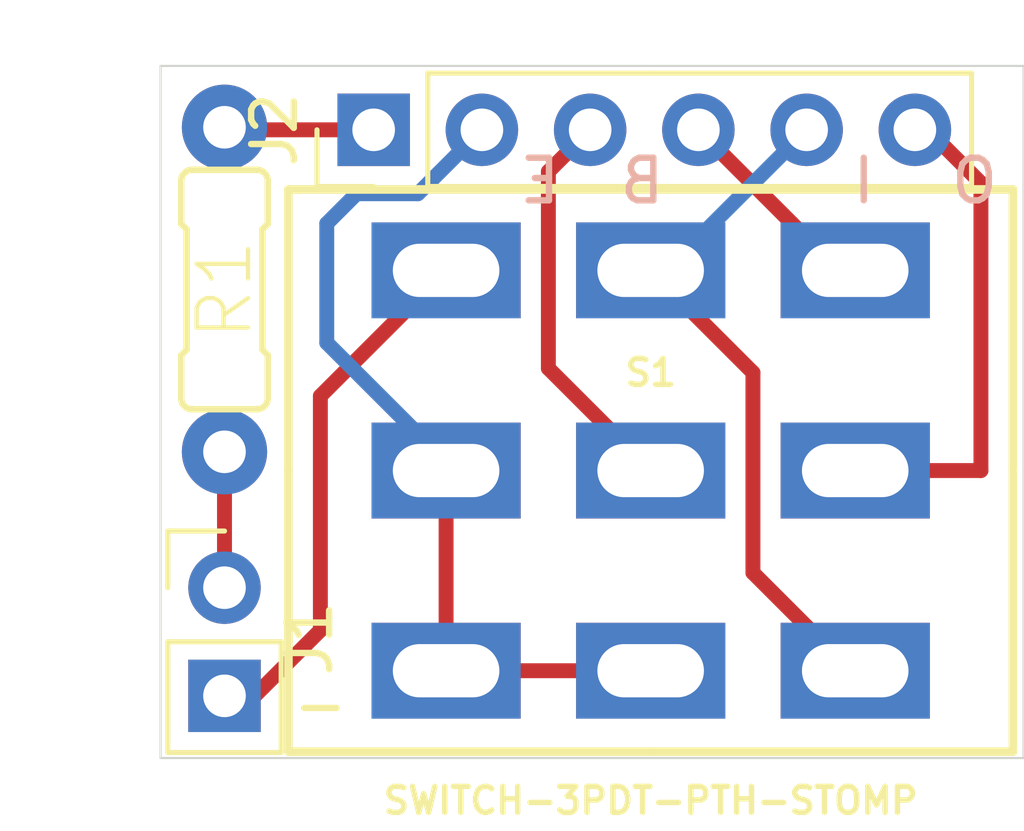
<source format=kicad_pcb>
(kicad_pcb (version 20171130) (host pcbnew "(5.1.10)-1")

  (general
    (thickness 1.6)
    (drawings 10)
    (tracks 30)
    (zones 0)
    (modules 4)
    (nets 9)
  )

  (page A4)
  (title_block
    (title "Switchy Breakout Board")
    (date 2022-03-26)
    (rev 1.0)
    (company "Offworld Serpent Devices")
  )

  (layers
    (0 F.Cu signal)
    (31 B.Cu signal)
    (32 B.Adhes user)
    (33 F.Adhes user)
    (34 B.Paste user)
    (35 F.Paste user)
    (36 B.SilkS user)
    (37 F.SilkS user)
    (38 B.Mask user)
    (39 F.Mask user)
    (40 Dwgs.User user)
    (41 Cmts.User user)
    (42 Eco1.User user)
    (43 Eco2.User user)
    (44 Edge.Cuts user)
    (45 Margin user)
    (46 B.CrtYd user)
    (47 F.CrtYd user)
    (48 B.Fab user)
    (49 F.Fab user)
  )

  (setup
    (last_trace_width 0.35)
    (user_trace_width 0.35)
    (trace_clearance 0.2)
    (zone_clearance 0.508)
    (zone_45_only no)
    (trace_min 0.2)
    (via_size 0.8)
    (via_drill 0.4)
    (via_min_size 0.4)
    (via_min_drill 0.3)
    (uvia_size 0.3)
    (uvia_drill 0.1)
    (uvias_allowed no)
    (uvia_min_size 0.2)
    (uvia_min_drill 0.1)
    (edge_width 0.05)
    (segment_width 0.2)
    (pcb_text_width 0.3)
    (pcb_text_size 1.5 1.5)
    (mod_edge_width 0.12)
    (mod_text_size 1 1)
    (mod_text_width 0.15)
    (pad_size 1.7 1.7)
    (pad_drill 1)
    (pad_to_mask_clearance 0)
    (aux_axis_origin 0 0)
    (visible_elements 7FFFFFFF)
    (pcbplotparams
      (layerselection 0x010fc_ffffffff)
      (usegerberextensions false)
      (usegerberattributes true)
      (usegerberadvancedattributes true)
      (creategerberjobfile true)
      (excludeedgelayer true)
      (linewidth 0.100000)
      (plotframeref false)
      (viasonmask false)
      (mode 1)
      (useauxorigin false)
      (hpglpennumber 1)
      (hpglpenspeed 20)
      (hpglpendiameter 15.000000)
      (psnegative false)
      (psa4output false)
      (plotreference true)
      (plotvalue true)
      (plotinvisibletext false)
      (padsonsilk false)
      (subtractmaskfromsilk false)
      (outputformat 1)
      (mirror false)
      (drillshape 1)
      (scaleselection 1)
      (outputdirectory ""))
  )

  (net 0 "")
  (net 1 "Net-(J1-Pad2)")
  (net 2 "Net-(J1-Pad1)")
  (net 3 OUTPUT)
  (net 4 INPUT)
  (net 5 BOARDOUT)
  (net 6 BOARDIN)
  (net 7 Earth)
  (net 8 9VIN)

  (net_class Default "This is the default net class."
    (clearance 0.2)
    (trace_width 0.25)
    (via_dia 0.8)
    (via_drill 0.4)
    (uvia_dia 0.3)
    (uvia_drill 0.1)
    (add_net 9VIN)
    (add_net BOARDIN)
    (add_net BOARDOUT)
    (add_net Earth)
    (add_net INPUT)
    (add_net "Net-(J1-Pad1)")
    (add_net "Net-(J1-Pad2)")
    (add_net OUTPUT)
  )

  (module clholm-kicad-lib:STOMP_SWITCH_3PDT_TAIWAY_LOW_PROFILE (layer F.Cu) (tedit 623F2B9A) (tstamp 623F3601)
    (at 150 100)
    (descr "3-POLE, DOUBLE-THROW (3PDT) STOMP SWITCH")
    (tags "3-POLE, DOUBLE-THROW (3PDT) STOMP SWITCH")
    (path /623D2EE5)
    (attr virtual)
    (fp_text reference S1 (at 0 -2.3) (layer F.SilkS)
      (effects (font (size 0.6096 0.6096) (thickness 0.127)))
    )
    (fp_text value SWITCH-3PDT-PTH-STOMP (at 0 7.75) (layer F.SilkS)
      (effects (font (size 0.6096 0.6096) (thickness 0.127)))
    )
    (fp_line (start -8.5 6.6) (end 0 6.6) (layer F.SilkS) (width 0.2032))
    (fp_line (start 0 6.6) (end 8.5 6.6) (layer F.SilkS) (width 0.2032))
    (fp_line (start 8.5 0) (end 8.5 -6.6) (layer F.SilkS) (width 0.2032))
    (fp_line (start 8.5 6.6) (end 8.5 0) (layer F.SilkS) (width 0.2032))
    (fp_line (start -8.5 -6.6) (end -8.5 0) (layer F.SilkS) (width 0.2032))
    (fp_line (start -8.5 -6.6) (end 0 -6.6) (layer F.SilkS) (width 0.2032))
    (fp_line (start 0 -6.6) (end 8.5 -6.6) (layer F.SilkS) (width 0.2032))
    (fp_line (start -8.5 0) (end -8.5 6.6) (layer F.SilkS) (width 0.2032))
    (fp_line (start 0.99822 -5.99948) (end 0.99822 5.99948) (layer Dwgs.User) (width 0.127))
    (fp_line (start 0.99822 5.99948) (end -0.99822 5.99948) (layer Dwgs.User) (width 0.127))
    (fp_line (start -0.99822 5.99948) (end -0.99822 -5.99948) (layer Dwgs.User) (width 0.127))
    (fp_line (start -0.99822 -5.99948) (end 0.99822 -5.99948) (layer Dwgs.User) (width 0.127))
    (fp_circle (center 0 0) (end 0 -6.09854) (layer Dwgs.User) (width 0.127))
    (pad P$9 thru_hole rect (at 4.8 4.7) (size 3.5 2.25) (drill oval 2.5 1.25) (layers *.Cu *.Mask)
      (net 4 INPUT) (solder_mask_margin 0.1016))
    (pad P$8 thru_hole rect (at 4.8 0) (size 3.5 2.25) (drill oval 2.5 1.25) (layers *.Cu *.Mask)
      (net 3 OUTPUT) (solder_mask_margin 0.1016))
    (pad P$7 thru_hole rect (at 4.8 -4.7) (size 3.5 2.25) (drill oval 2.5 1.25) (layers *.Cu *.Mask)
      (net 5 BOARDOUT) (solder_mask_margin 0.1016))
    (pad P$6 thru_hole rect (at 0 4.7) (size 3.5 2.25) (drill oval 2.5 1.25) (layers *.Cu *.Mask)
      (net 7 Earth) (solder_mask_margin 0.1016))
    (pad P$5 thru_hole rect (at 0 0) (size 3.5 2.25) (drill oval 2.5 1.25) (layers *.Cu *.Mask)
      (net 6 BOARDIN) (solder_mask_margin 0.1016))
    (pad P$4 thru_hole rect (at 0 -4.7) (size 3.5 2.25) (drill oval 2.5 1.25) (layers *.Cu *.Mask)
      (net 4 INPUT) (solder_mask_margin 0.1016))
    (pad P$3 thru_hole rect (at -4.8 4.7) (size 3.5 2.25) (drill oval 2.5 1.25) (layers *.Cu *.Mask)
      (net 7 Earth) (solder_mask_margin 0.1016))
    (pad P$2 thru_hole rect (at -4.8 0) (size 3.5 2.25) (drill oval 2.5 1.25) (layers *.Cu *.Mask)
      (net 7 Earth) (solder_mask_margin 0.1016))
    (pad P$1 thru_hole rect (at -4.8 -4.7) (size 3.5 2.25) (drill oval 2.5 1.25) (layers *.Cu *.Mask)
      (net 1 "Net-(J1-Pad2)") (solder_mask_margin 0.1016))
  )

  (module clholm-kicad-lib:0.3_resistor (layer F.Cu) (tedit 61ABD035) (tstamp 623F35E7)
    (at 140 95.75 90)
    (descr "0.3\"  (7.62mm) lead spacing, 1/4W (flat)")
    (path /623E543F)
    (fp_text reference R1 (at 0 0 270) (layer F.SilkS)
      (effects (font (size 1.2065 1.2065) (thickness 0.1016)))
    )
    (fp_text value CLR (at 0 -2.54 270) (layer Dwgs.User)
      (effects (font (size 1.27 1.27) (thickness 0.15)))
    )
    (fp_line (start 2.81 0.762) (end 2.81 -0.762) (layer F.SilkS) (width 0.1524))
    (fp_line (start 2.556 1.016) (end 1.54 1.016) (layer F.SilkS) (width 0.1524))
    (fp_line (start 2.556 -1.016) (end 1.54 -1.016) (layer F.SilkS) (width 0.1524))
    (fp_line (start 1.413 0.889) (end -1.413 0.889) (layer F.SilkS) (width 0.1524))
    (fp_line (start 1.413 0.889) (end 1.54 1.016) (layer F.SilkS) (width 0.1524))
    (fp_line (start 1.413 -0.889) (end -1.413 -0.889) (layer F.SilkS) (width 0.1524))
    (fp_line (start 1.413 -0.889) (end 1.54 -1.016) (layer F.SilkS) (width 0.1524))
    (fp_line (start -1.413 0.889) (end -1.54 1.016) (layer F.SilkS) (width 0.1524))
    (fp_line (start -2.556 1.016) (end -1.54 1.016) (layer F.SilkS) (width 0.1524))
    (fp_line (start -1.413 -0.889) (end -1.54 -1.016) (layer F.SilkS) (width 0.1524))
    (fp_line (start -2.556 -1.016) (end -1.54 -1.016) (layer F.SilkS) (width 0.1524))
    (fp_line (start -2.81 0.762) (end -2.81 -0.762) (layer F.SilkS) (width 0.1524))
    (fp_arc (start 2.556 -0.762) (end 2.556 -1.016) (angle 90) (layer F.SilkS) (width 0.1524))
    (fp_arc (start 2.556 0.762) (end 2.556 1.016) (angle -90) (layer F.SilkS) (width 0.1524))
    (fp_arc (start -2.556 0.762) (end -2.81 0.762) (angle -90) (layer F.SilkS) (width 0.1524))
    (fp_arc (start -2.556 -0.762) (end -2.81 -0.762) (angle 90) (layer F.SilkS) (width 0.1524))
    (pad 2 thru_hole circle (at 3.81 0 90) (size 2 2) (drill 1) (layers *.Cu *.Mask)
      (net 8 9VIN) (solder_mask_margin 0.1016))
    (pad 1 thru_hole circle (at -3.81 0 90) (size 2 2) (drill 1) (layers *.Cu *.Mask)
      (net 2 "Net-(J1-Pad1)") (solder_mask_margin 0.1016))
  )

  (module Connector_PinHeader_2.54mm:PinHeader_1x06_P2.54mm_Vertical (layer F.Cu) (tedit 59FED5CC) (tstamp 623F35D1)
    (at 143.5 92 90)
    (descr "Through hole straight pin header, 1x06, 2.54mm pitch, single row")
    (tags "Through hole pin header THT 1x06 2.54mm single row")
    (path /623FD1A8)
    (fp_text reference J2 (at 0 -2.33 90) (layer F.SilkS)
      (effects (font (size 1 1) (thickness 0.15)))
    )
    (fp_text value "BOARD CONNECTIONS" (at 2.2 6.5 180) (layer F.Fab)
      (effects (font (size 1 1) (thickness 0.15)))
    )
    (fp_line (start -0.635 -1.27) (end 1.27 -1.27) (layer F.Fab) (width 0.1))
    (fp_line (start 1.27 -1.27) (end 1.27 13.97) (layer F.Fab) (width 0.1))
    (fp_line (start 1.27 13.97) (end -1.27 13.97) (layer F.Fab) (width 0.1))
    (fp_line (start -1.27 13.97) (end -1.27 -0.635) (layer F.Fab) (width 0.1))
    (fp_line (start -1.27 -0.635) (end -0.635 -1.27) (layer F.Fab) (width 0.1))
    (fp_line (start -1.33 14.03) (end 1.33 14.03) (layer F.SilkS) (width 0.12))
    (fp_line (start -1.33 1.27) (end -1.33 14.03) (layer F.SilkS) (width 0.12))
    (fp_line (start 1.33 1.27) (end 1.33 14.03) (layer F.SilkS) (width 0.12))
    (fp_line (start -1.33 1.27) (end 1.33 1.27) (layer F.SilkS) (width 0.12))
    (fp_line (start -1.33 0) (end -1.33 -1.33) (layer F.SilkS) (width 0.12))
    (fp_line (start -1.33 -1.33) (end 0 -1.33) (layer F.SilkS) (width 0.12))
    (fp_line (start -1.8 -1.8) (end -1.8 14.5) (layer F.CrtYd) (width 0.05))
    (fp_line (start -1.8 14.5) (end 1.8 14.5) (layer F.CrtYd) (width 0.05))
    (fp_line (start 1.8 14.5) (end 1.8 -1.8) (layer F.CrtYd) (width 0.05))
    (fp_line (start 1.8 -1.8) (end -1.8 -1.8) (layer F.CrtYd) (width 0.05))
    (fp_text user %R (at 0 6.35) (layer F.Fab)
      (effects (font (size 1 1) (thickness 0.15)))
    )
    (pad 1 thru_hole rect (at 0 0 90) (size 1.7 1.7) (drill 1) (layers *.Cu *.Mask)
      (net 8 9VIN))
    (pad 2 thru_hole oval (at 0 2.54 90) (size 1.7 1.7) (drill 1) (layers *.Cu *.Mask)
      (net 7 Earth))
    (pad 3 thru_hole oval (at 0 5.08 90) (size 1.7 1.7) (drill 1) (layers *.Cu *.Mask)
      (net 6 BOARDIN))
    (pad 4 thru_hole oval (at 0 7.62 90) (size 1.7 1.7) (drill 1) (layers *.Cu *.Mask)
      (net 5 BOARDOUT))
    (pad 5 thru_hole oval (at 0 10.16 90) (size 1.7 1.7) (drill 1) (layers *.Cu *.Mask)
      (net 4 INPUT))
    (pad 6 thru_hole oval (at 0 12.7 90) (size 1.7 1.7) (drill 1) (layers *.Cu *.Mask)
      (net 3 OUTPUT))
    (model ${KISYS3DMOD}/Connector_PinHeader_2.54mm.3dshapes/PinHeader_1x06_P2.54mm_Vertical.wrl
      (at (xyz 0 0 0))
      (scale (xyz 1 1 1))
      (rotate (xyz 0 0 0))
    )
  )

  (module Connector_PinHeader_2.54mm:PinHeader_1x02_P2.54mm_Vertical (layer F.Cu) (tedit 623F46D6) (tstamp 623F35B7)
    (at 140 102.75)
    (descr "Through hole straight pin header, 1x02, 2.54mm pitch, single row")
    (tags "Through hole pin header THT 1x02 2.54mm single row")
    (path /623E2D70)
    (fp_text reference J1 (at 2 1.2 90) (layer F.SilkS)
      (effects (font (size 1 1) (thickness 0.15)))
    )
    (fp_text value "LED CONNECT" (at 0 4.87) (layer F.Fab)
      (effects (font (size 1 1) (thickness 0.15)))
    )
    (fp_line (start -0.635 -1.27) (end 1.27 -1.27) (layer F.Fab) (width 0.1))
    (fp_line (start 1.27 -1.27) (end 1.27 3.81) (layer F.Fab) (width 0.1))
    (fp_line (start 1.27 3.81) (end -1.27 3.81) (layer F.Fab) (width 0.1))
    (fp_line (start -1.27 3.81) (end -1.27 -0.635) (layer F.Fab) (width 0.1))
    (fp_line (start -1.27 -0.635) (end -0.635 -1.27) (layer F.Fab) (width 0.1))
    (fp_line (start -1.33 3.87) (end 1.33 3.87) (layer F.SilkS) (width 0.12))
    (fp_line (start -1.33 1.27) (end -1.33 3.87) (layer F.SilkS) (width 0.12))
    (fp_line (start 1.33 1.27) (end 1.33 3.87) (layer F.SilkS) (width 0.12))
    (fp_line (start -1.33 1.27) (end 1.33 1.27) (layer F.SilkS) (width 0.12))
    (fp_line (start -1.33 0) (end -1.33 -1.33) (layer F.SilkS) (width 0.12))
    (fp_line (start -1.33 -1.33) (end 0 -1.33) (layer F.SilkS) (width 0.12))
    (fp_line (start -1.8 -1.8) (end -1.8 4.35) (layer F.CrtYd) (width 0.05))
    (fp_line (start -1.8 4.35) (end 1.8 4.35) (layer F.CrtYd) (width 0.05))
    (fp_line (start 1.8 4.35) (end 1.8 -1.8) (layer F.CrtYd) (width 0.05))
    (fp_line (start 1.8 -1.8) (end -1.8 -1.8) (layer F.CrtYd) (width 0.05))
    (fp_text user %R (at 0 1.27 90) (layer F.Fab)
      (effects (font (size 1 1) (thickness 0.15)))
    )
    (pad 1 thru_hole circle (at 0 0) (size 1.7 1.7) (drill 1) (layers *.Cu *.Mask)
      (net 2 "Net-(J1-Pad1)"))
    (pad 2 thru_hole rect (at 0 2.54) (size 1.7 1.7) (drill 1) (layers *.Cu *.Mask)
      (net 1 "Net-(J1-Pad2)"))
    (model ${KISYS3DMOD}/Connector_PinHeader_2.54mm.3dshapes/PinHeader_1x02_P2.54mm_Vertical.wrl
      (at (xyz 0 0 0))
      (scale (xyz 1 1 1))
      (rotate (xyz 0 0 0))
    )
  )

  (gr_text E (at 147.4 93.2) (layer B.SilkS)
    (effects (font (size 1 1) (thickness 0.15)) (justify mirror))
  )
  (gr_text B (at 149.8 93.2) (layer B.SilkS)
    (effects (font (size 1 1) (thickness 0.15)) (justify mirror))
  )
  (gr_text I (at 155 93.2) (layer B.SilkS)
    (effects (font (size 1 1) (thickness 0.15)) (justify mirror))
  )
  (gr_text O (at 157.6 93.2) (layer B.SilkS)
    (effects (font (size 1 1) (thickness 0.15)) (justify mirror))
  )
  (gr_text - (at 142.25 105.5) (layer F.SilkS)
    (effects (font (size 1 1) (thickness 0.15)))
  )
  (gr_line (start 138.5 90.5) (end 150 90.5) (layer Edge.Cuts) (width 0.05) (tstamp 623F33EA))
  (gr_line (start 138.5 106.75) (end 138.5 90.5) (layer Edge.Cuts) (width 0.05))
  (gr_line (start 158.75 106.75) (end 138.5 106.75) (layer Edge.Cuts) (width 0.05))
  (gr_line (start 158.75 90.5) (end 158.75 106.75) (layer Edge.Cuts) (width 0.05))
  (gr_line (start 150 90.5) (end 158.75 90.5) (layer Edge.Cuts) (width 0.05))

  (segment (start 140 105.29) (end 140.71 105.29) (width 0.35) (layer F.Cu) (net 1))
  (segment (start 140.71 105.29) (end 142.25 103.75) (width 0.35) (layer F.Cu) (net 1))
  (segment (start 142.25 98.25) (end 145.2 95.3) (width 0.35) (layer F.Cu) (net 1))
  (segment (start 142.25 103.75) (end 142.25 98.25) (width 0.35) (layer F.Cu) (net 1))
  (segment (start 140 99.56) (end 140 102.75) (width 0.35) (layer F.Cu) (net 2))
  (segment (start 156.5 92) (end 156.2 92) (width 0.35) (layer F.Cu) (net 3))
  (segment (start 157.75 93.25) (end 156.5 92) (width 0.35) (layer F.Cu) (net 3))
  (segment (start 157.75 100) (end 157.75 93.25) (width 0.35) (layer F.Cu) (net 3))
  (segment (start 154.8 100) (end 157.75 100) (width 0.35) (layer F.Cu) (net 3))
  (segment (start 154.7 104.7) (end 154.8 104.7) (width 0.35) (layer F.Cu) (net 4))
  (segment (start 152.4 102.4) (end 154.7 104.7) (width 0.35) (layer F.Cu) (net 4))
  (segment (start 152.4 97.7) (end 152.4 102.4) (width 0.35) (layer F.Cu) (net 4))
  (segment (start 150 95.3) (end 152.4 97.7) (width 0.35) (layer F.Cu) (net 4))
  (segment (start 150.36 95.3) (end 150 95.3) (width 0.35) (layer B.Cu) (net 4))
  (segment (start 153.66 92) (end 150.36 95.3) (width 0.35) (layer B.Cu) (net 4))
  (segment (start 154.42 95.3) (end 154.8 95.3) (width 0.35) (layer F.Cu) (net 5))
  (segment (start 151.12 92) (end 154.42 95.3) (width 0.35) (layer F.Cu) (net 5))
  (segment (start 147.6 97.6) (end 150 100) (width 0.35) (layer F.Cu) (net 6))
  (segment (start 147.6 92.98) (end 147.6 97.6) (width 0.35) (layer F.Cu) (net 6))
  (segment (start 148.58 92) (end 147.6 92.98) (width 0.35) (layer F.Cu) (net 6))
  (segment (start 145.2 100) (end 145.2 104.7) (width 0.35) (layer F.Cu) (net 7))
  (segment (start 150 104.7) (end 145.2 104.7) (width 0.35) (layer F.Cu) (net 7))
  (segment (start 145.2 100) (end 145.2 99.8) (width 0.35) (layer B.Cu) (net 7))
  (segment (start 145.2 99.8) (end 142.4 97) (width 0.35) (layer B.Cu) (net 7))
  (segment (start 142.4 97) (end 142.4 94.2) (width 0.35) (layer B.Cu) (net 7))
  (segment (start 142.4 94.2) (end 143.1 93.5) (width 0.35) (layer B.Cu) (net 7))
  (segment (start 144.54 93.5) (end 146.04 92) (width 0.35) (layer B.Cu) (net 7))
  (segment (start 143.1 93.5) (end 144.54 93.5) (width 0.35) (layer B.Cu) (net 7))
  (segment (start 140.06 92) (end 140 91.94) (width 0.35) (layer F.Cu) (net 8))
  (segment (start 143.5 92) (end 140.06 92) (width 0.35) (layer F.Cu) (net 8))

)

</source>
